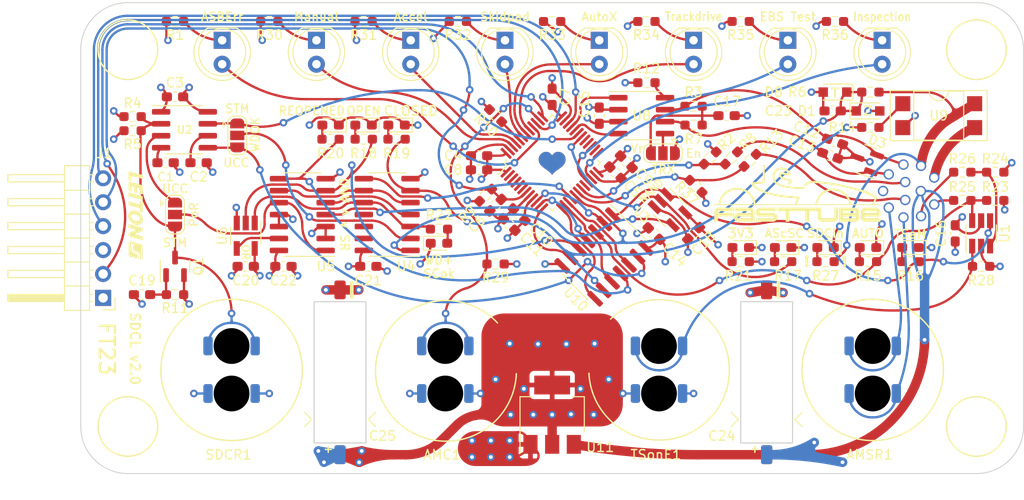
<source format=kicad_pcb>
(kicad_pcb (version 20211014) (generator pcbnew)

  (general
    (thickness 1.6)
  )

  (paper "A4")
  (layers
    (0 "F.Cu" signal)
    (1 "In1.Cu" power "GND.Cu")
    (2 "In2.Cu" power "3V3.Cu")
    (31 "B.Cu" signal)
    (33 "F.Adhes" user "F.Adhesive")
    (35 "F.Paste" user)
    (37 "F.SilkS" user "F.Silkscreen")
    (38 "B.Mask" user)
    (39 "F.Mask" user)
    (40 "Dwgs.User" user "User.Drawings")
    (41 "Cmts.User" user "User.Comments")
    (42 "Eco1.User" user "User.Eco1")
    (43 "Eco2.User" user "User.Eco2")
    (44 "Edge.Cuts" user)
    (45 "Margin" user)
    (46 "B.CrtYd" user "B.Courtyard")
    (47 "F.CrtYd" user "F.Courtyard")
    (49 "F.Fab" user)
  )

  (setup
    (stackup
      (layer "F.SilkS" (type "Top Silk Screen"))
      (layer "F.Paste" (type "Top Solder Paste"))
      (layer "F.Mask" (type "Top Solder Mask") (thickness 0.01))
      (layer "F.Cu" (type "copper") (thickness 0.035))
      (layer "dielectric 1" (type "core") (thickness 0.48) (material "FR4") (epsilon_r 4.5) (loss_tangent 0.02))
      (layer "In1.Cu" (type "copper") (thickness 0.035))
      (layer "dielectric 2" (type "prepreg") (thickness 0.48) (material "FR4") (epsilon_r 4.5) (loss_tangent 0.02))
      (layer "In2.Cu" (type "copper") (thickness 0.035))
      (layer "dielectric 3" (type "core") (thickness 0.48) (material "FR4") (epsilon_r 4.5) (loss_tangent 0.02))
      (layer "B.Cu" (type "copper") (thickness 0.035))
      (layer "B.Mask" (type "Bottom Solder Mask") (thickness 0.01))
      (copper_finish "None")
      (dielectric_constraints no)
    )
    (pad_to_mask_clearance 0)
    (pcbplotparams
      (layerselection 0x00010e0_ffffffff)
      (disableapertmacros false)
      (usegerberextensions false)
      (usegerberattributes true)
      (usegerberadvancedattributes true)
      (creategerberjobfile true)
      (svguseinch false)
      (svgprecision 6)
      (excludeedgelayer true)
      (plotframeref false)
      (viasonmask false)
      (mode 1)
      (useauxorigin false)
      (hpglpennumber 1)
      (hpglpenspeed 20)
      (hpglpendiameter 15.000000)
      (dxfpolygonmode true)
      (dxfimperialunits true)
      (dxfusepcbnewfont true)
      (psnegative false)
      (psa4output false)
      (plotreference true)
      (plotvalue true)
      (plotinvisibletext false)
      (sketchpadsonfab false)
      (subtractmaskfromsilk false)
      (outputformat 1)
      (mirror false)
      (drillshape 0)
      (scaleselection 1)
      (outputdirectory "export/")
    )
  )

  (net 0 "")
  (net 1 "GND")
  (net 2 "NRST")
  (net 3 "+12V")
  (net 4 "AMC")
  (net 5 "TRACESWO")
  (net 6 "SWDIO")
  (net 7 "SWCLK")
  (net 8 "Net-(R12-Pad1)")
  (net 9 "AMSRin")
  (net 10 "AMSRout")
  (net 11 "+3.3V")
  (net 12 "/CAN TRX/CAN_H")
  (net 13 "/CAN TRX/CAN_L")
  (net 14 "Net-(C19-Pad1)")
  (net 15 "/Connections/SDC_in_3V3")
  (net 16 "Net-(D2-Pad1)")
  (net 17 "Net-(D4-Pad2)")
  (net 18 "/Backup AMI/AMI0")
  (net 19 "Net-(D15-Pad1)")
  (net 20 "/Backup AMI/AMI1")
  (net 21 "Net-(D16-Pad1)")
  (net 22 "/Backup AMI/AMI2")
  (net 23 "Net-(D17-Pad1)")
  (net 24 "/Backup AMI/AMI3")
  (net 25 "Net-(D18-Pad1)")
  (net 26 "/Backup AMI/AMI4")
  (net 27 "Net-(D19-Pad1)")
  (net 28 "/Backup AMI/AMI5")
  (net 29 "Net-(D20-Pad1)")
  (net 30 "/Backup AMI/AMI6")
  (net 31 "Net-(J2-Pad1)")
  (net 32 "Net-(J2-Pad9)")
  (net 33 "Net-(R14-Pad2)")
  (net 34 "Net-(D5-Pad2)")
  (net 35 "Net-(D6-Pad2)")
  (net 36 "Net-(D7-Pad2)")
  (net 37 "Net-(D9-Pad2)")
  (net 38 "Net-(D10-Pad2)")
  (net 39 "Net-(D11-Pad2)")
  (net 40 "Net-(D12-Pad2)")
  (net 41 "Net-(D13-Pad2)")
  (net 42 "/Non-Programmable Logic/~{WDO}")
  (net 43 "/Non-Programmable Logic/RP")
  (net 44 "/Non-Programmable Logic/WP")
  (net 45 "/Controller/TS_activate_MUXed")
  (net 46 "/Non-Programmable Logic/close_while_allowed")
  (net 47 "/Non-Programmable Logic/~{reset_all}")
  (net 48 "/Non-Programmable Logic/closing_allowed")
  (net 49 "/Non-Programmable Logic/~{reopen}")
  (net 50 "/Non-Programmable Logic/WD_and_SDCin_ok")
  (net 51 "/Non-Programmable Logic/~{try_close}")
  (net 52 "Net-(J2-Pad11)")
  (net 53 "Net-(J2-Pad12)")
  (net 54 "Net-(JPPoR1-Pad1)")
  (net 55 "/Connections/SDC_out")
  (net 56 "/Connections/SDC_in")
  (net 57 "/Connections/TS_activate_dash")
  (net 58 "/Controller/Watchdog")
  (net 59 "WD_OK")
  (net 60 "/CAN TRX/CAN_TX")
  (net 61 "/CAN TRX/CAN_RX")
  (net 62 "Net-(D14-Pad1)")
  (net 63 "/Connections/ASMS")
  (net 64 "/Buttons/~{SDC_reset}")
  (net 65 "/Controller/AS_close_SDC")
  (net 66 "CLOSED")
  (net 67 "INITIAL_OPEN")
  (net 68 "REOPENED")
  (net 69 "/Buttons/TS_activate_ext")
  (net 70 "/Controller/SDC_is_ready")
  (net 71 "unconnected-(U7-Pad3)")
  (net 72 "unconnected-(U7-Pad4)")
  (net 73 "unconnected-(U7-Pad5)")
  (net 74 "Net-(U10-Pad2)")
  (net 75 "Net-(U10-Pad4)")
  (net 76 "Net-(U10-Pad6)")
  (net 77 "Net-(U10-Pad8)")
  (net 78 "Net-(U10-Pad10)")
  (net 79 "Net-(U10-Pad12)")
  (net 80 "unconnected-(U7-Pad20)")
  (net 81 "unconnected-(U7-Pad25)")
  (net 82 "unconnected-(U7-Pad26)")
  (net 83 "unconnected-(U7-Pad27)")
  (net 84 "unconnected-(U7-Pad28)")
  (net 85 "/CAN TRX/Vref")
  (net 86 "Net-(JP1-Pad2)")
  (net 87 "unconnected-(U4-Pad11)")
  (net 88 "unconnected-(U4-Pad12)")
  (net 89 "unconnected-(U4-Pad13)")
  (net 90 "LV_SENSE_2")
  (net 91 "LV_SENSE_1")
  (net 92 "unconnected-(U7-Pad29)")
  (net 93 "unconnected-(U7-Pad6)")
  (net 94 "/Controller/asb_error")
  (net 95 "Net-(R10-Pad1)")
  (net 96 "unconnected-(U7-Pad2)")

  (footprint "Capacitor_SMD:C_0603_1608Metric_Pad1.08x0.95mm_HandSolder" (layer "F.Cu") (at 109 67))

  (footprint "Capacitor_SMD:C_0603_1608Metric_Pad1.08x0.95mm_HandSolder" (layer "F.Cu") (at 112.5 67))

  (footprint "Capacitor_SMD:C_0603_1608Metric_Pad1.08x0.95mm_HandSolder" (layer "F.Cu") (at 110 60 180))

  (footprint "Capacitor_SMD:C_0603_1608Metric_Pad1.08x0.95mm_HandSolder" (layer "F.Cu") (at 142.25 66.25 180))

  (footprint "Capacitor_SMD:C_0603_1608Metric_Pad1.08x0.95mm_HandSolder" (layer "F.Cu") (at 156.717515 68.06066 -45))

  (footprint "Capacitor_SMD:C_0603_1608Metric_Pad1.08x0.95mm_HandSolder" (layer "F.Cu") (at 144 71.5 -135))

  (footprint "Capacitor_SMD:C_0603_1608Metric_Pad1.08x0.95mm_HandSolder" (layer "F.Cu") (at 150 60 90))

  (footprint "Capacitor_SMD:C_0603_1608Metric_Pad1.08x0.95mm_HandSolder" (layer "F.Cu") (at 142.25 67.75 180))

  (footprint "Capacitor_SMD:C_0603_1608Metric_Pad1.08x0.95mm_HandSolder" (layer "F.Cu") (at 157.867538 66.897577 -45))

  (footprint "Capacitor_SMD:C_0603_1608Metric_Pad1.08x0.95mm_HandSolder" (layer "F.Cu") (at 146.5 72.5 135))

  (footprint "Capacitor_SMD:C_0603_1608Metric_Pad1.08x0.95mm_HandSolder" (layer "F.Cu") (at 145.43934 73.56066 135))

  (footprint "Capacitor_SMD:C_0603_1608Metric_Pad1.08x0.95mm_HandSolder" (layer "F.Cu") (at 180 64.75 -20))

  (footprint "Capacitor_SMD:C_0603_1608Metric_Pad1.08x0.95mm_HandSolder" (layer "F.Cu") (at 179.5 66.25 160))

  (footprint "Package_TO_SOT_SMD:SOT-23-5_HandSoldering" (layer "F.Cu") (at 162.5 72 -45))

  (footprint "Capacitor_SMD:C_0603_1608Metric_Pad1.08x0.95mm_HandSolder" (layer "F.Cu") (at 155 62 90))

  (footprint "Package_TO_SOT_SMD:SOT-23-5_HandSoldering" (layer "F.Cu") (at 117.5 74.75 -90))

  (footprint "Resistor_SMD:R_0603_1608Metric_Pad0.98x0.95mm_HandSolder" (layer "F.Cu") (at 105.5 62.1))

  (footprint "Resistor_SMD:R_0603_1608Metric_Pad0.98x0.95mm_HandSolder" (layer "F.Cu") (at 105.5 63.6 180))

  (footprint "Resistor_SMD:R_0603_1608Metric_Pad0.98x0.95mm_HandSolder" (layer "F.Cu") (at 183.75 59.5 180))

  (footprint "Resistor_SMD:R_0603_1608Metric_Pad0.98x0.95mm_HandSolder" (layer "F.Cu") (at 142.93934 70.43934 45))

  (footprint "Resistor_SMD:R_0603_1608Metric_Pad0.98x0.95mm_HandSolder" (layer "F.Cu") (at 144 62 135))

  (footprint "Resistor_SMD:R_0603_1608Metric_Pad0.98x0.95mm_HandSolder" (layer "F.Cu") (at 160 58.5 180))

  (footprint "Package_TO_SOT_SMD:SOT-23-6_Handsoldering" (layer "F.Cu") (at 195.5 74.5 90))

  (footprint "Package_SO:SOIC-8_3.9x4.9mm_P1.27mm" (layer "F.Cu") (at 111 63.5))

  (footprint "Package_SO:SOIC-14_3.9x8.7mm_P1.27mm" (layer "F.Cu") (at 132.5 72.5 180))

  (footprint "Package_SO:SOIC-14_3.9x8.7mm_P1.27mm" (layer "F.Cu") (at 123.5 72.503922 180))

  (footprint "Package_QFP:LQFP-48_7x7mm_P0.5mm" (layer "F.Cu") (at 150 67 45))

  (footprint "Package_SO:SOIC-8_3.9x4.9mm_P1.27mm" (layer "F.Cu") (at 159.5 62))

  (footprint "Resistor_SMD:R_0603_1608Metric_Pad0.98x0.95mm_HandSolder" (layer "F.Cu") (at 183.75 63.25))

  (footprint "Package_DIP:DIP-4_W7.62mm_SMDSocket_SmallPads" (layer "F.Cu") (at 191 62))

  (footprint "Capacitor_SMD:C_0603_1608Metric_Pad1.08x0.95mm_HandSolder" (layer "F.Cu") (at 192.75 74.5 90))

  (footprint "Capacitor_SMD:C_0603_1608Metric_Pad1.08x0.95mm_HandSolder" (layer "F.Cu") (at 165 74.5 45))

  (footprint "Capacitor_SMD:C_0603_1608Metric_Pad1.08x0.95mm_HandSolder" (layer "F.Cu") (at 117.5 78))

  (footprint "Capacitor_SMD:C_0603_1608Metric_Pad1.08x0.95mm_HandSolder" (layer "F.Cu") (at 130.5 78 180))

  (footprint "Capacitor_SMD:C_0603_1608Metric_Pad1.08x0.95mm_HandSolder" (layer "F.Cu") (at 121.5 78 180))

  (footprint "Diode_SMD:D_0603_1608Metric_Pad1.05x0.95mm_HandSolder" (layer "F.Cu") (at 183.5 76 180))

  (footprint "Diode_SMD:D_0603_1608Metric_Pad1.05x0.95mm_HandSolder" (layer "F.Cu") (at 188 76 180))

  (footprint "Diode_SMD:D_0603_1608Metric_Pad1.05x0.95mm_HandSolder" (layer "F.Cu") (at 174.5 76 180))

  (footprint "Diode_SMD:D_0603_1608Metric_Pad1.05x0.95mm_HandSolder" (layer "F.Cu") (at 130 63 180))

  (footprint "Diode_SMD:D_0603_1608Metric_Pad1.05x0.95mm_HandSolder" (layer "F.Cu") (at 133.5 63 180))

  (footprint "Diode_SMD:D_0603_1608Metric_Pad1.05x0.95mm_HandSolder" (layer "F.Cu") (at 126.5 63 180))

  (footprint "Diode_SMD:D_0603_1608Metric_Pad1.05x0.95mm_HandSolder" (layer "F.Cu") (at 170 76 180))

  (footprint "Resistor_SMD:R_0603_1608Metric_Pad0.98x0.95mm_HandSolder" (layer "F.Cu") (at 183.5 77.5 180))

  (footprint "Resistor_SMD:R_0603_1608Metric_Pad0.98x0.95mm_HandSolder" (layer "F.Cu") (at 188 77.5))

  (footprint "Diode_SMD:D_0603_1608Metric_Pad1.05x0.95mm_HandSolder" (layer "F.Cu") (at 138 75.545))

  (footprint "Resistor_SMD:R_0603_1608Metric_Pad0.98x0.95mm_HandSolder" (layer "F.Cu") (at 174.5 77.5 180))

  (footprint "Resistor_SMD:R_0603_1608Metric_Pad0.98x0.95mm_HandSolder" (layer "F.Cu") (at 130.016666 64.5 180))

  (footprint "Resistor_SMD:R_0603_1608Metric_Pad0.98x0.95mm_HandSolder" (layer "F.Cu") (at 133.5 64.5 180))

  (footprint "Resistor_SMD:R_0603_1608Metric_Pad0.98x0.95mm_HandSolder" (layer "F.Cu") (at 126.5 64.5 180))

  (footprint "Resistor_SMD:R_0603_1608Metric_Pad0.98x0.95mm_HandSolder" (layer "F.Cu") (at 170 77.5 180))

  (footprint "Resistor_SMD:R_0603_1608Metric_Pad0.98x0.95mm_HandSolder" (layer "F.Cu") (at 138 74.045 180))

  (footprint "Capacitor_SMD:C_0603_1608Metric_Pad1.08x0.95mm_HandSolder" (layer "F.Cu") (at 179.75 61.5))

  (footprint "Diode_SMD:D_SOD-323_HandSoldering" (layer "F.Cu") (at 180 59.5 180))

  (footprint "MountingHole:MountingHole_3.2mm_M3" (layer "F.Cu")
    (tedit 56D1B4CB) (tstamp 00000000-0000-0000-0000-000061bee488)
    (at 105 55 180)
    (descr "Mounting Hole 3.2mm, no annular, M3")
    (tags "mounting hole 3.2mm no annular m3")
    (property "Sheetfile" "connections.kicad_sch")
    (property "Sheetname" "Connections")
    (path "/00000000-0000-0000-0000-000061bba8ea/00000000-0000-0000-0000-000061bd2819")
    (attr exclude_from_pos_files)
    (fp_text reference "H1" (at 0 -4.2) (layer "F.SilkS") hide
      (effects (font (size 1 1) (thickness 0.15)))
      (tstamp 47fadd5d-e63f-4824-9b10-de5d2fb6df9a)
    )
    (fp_text value "MountingHole" (at 0 4.2) (layer "F.Fab")
      (effects (font (size 1 1) (thickness 0.15)
... [1307780 chars truncated]
</source>
